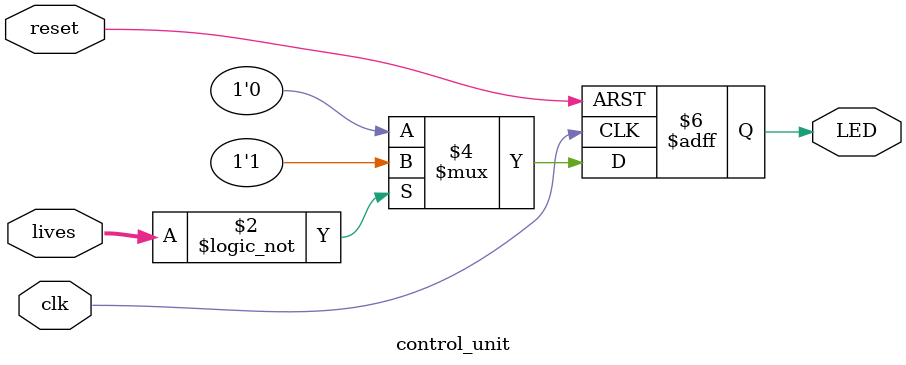
<source format=v>
module control_unit (
    input wire clk,
    input wire reset,
    input wire [2:0] lives,
    output reg LED
);
    
    always @(posedge clk or posedge reset) begin
        if(reset) begin
            LED <= 1'b0;
        end
        else begin
            if(lives == 3'b000) 
                LED <= 1'b1;    // Game Over, Light up the LED
            else
                LED <= 1'b0;    // Game is still on, keep the LED off
        end
    end
endmodule

</source>
